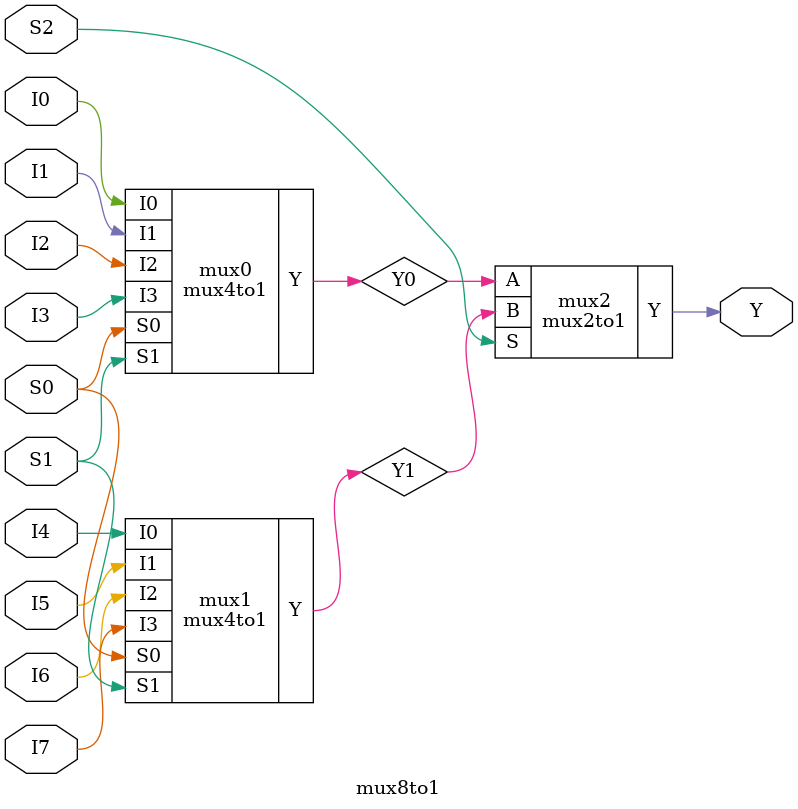
<source format=v>
module mux2to1 (
    input A,
    input B,
    input S,
    output Y
);
    assign Y = S ? B : A;
endmodule

module mux4to1 (
    input I0,
    input I1,
    input I2,
    input I3,
    input S0,
    input S1,
    output Y
);
    wire Y0, Y1;

    mux2to1 mux0 (.A(I0), .B(I1), .S(S0), .Y(Y0));
    mux2to1 mux1 (.A(I2), .B(I3), .S(S0), .Y(Y1));
    mux2to1 mux2 (.A(Y0), .B(Y1), .S(S1), .Y(Y));
endmodule

module mux8to1 (
    input I0,
    input I1,
    input I2,
    input I3,
    input I4,
    input I5,
    input I6,
    input I7,
    input S0,
    input S1,
    input S2,
    output Y
);
    wire Y0, Y1;

    mux4to1 mux0 (.I0(I0), .I1(I1), .I2(I2), .I3(I3), .S0(S0), .S1(S1), .Y(Y0));
    mux4to1 mux1 (.I0(I4), .I1(I5), .I2(I6), .I3(I7), .S0(S0), .S1(S1), .Y(Y1));
    mux2to1 mux2 (.A(Y0), .B(Y1), .S(S2), .Y(Y));
endmodule
</source>
